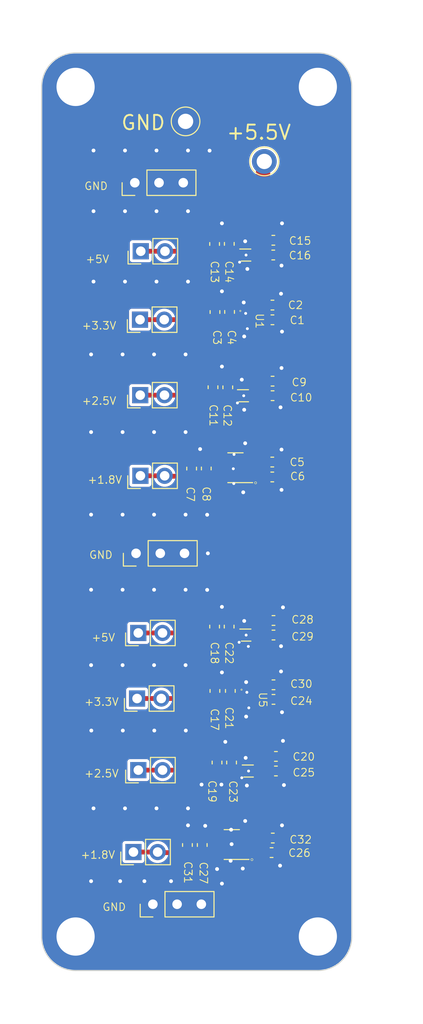
<source format=kicad_pcb>
(kicad_pcb (version 20221018) (generator pcbnew)
  (layers (0 "F.Cu" signal) (31 "B.Cu" signal) (34 "B.Paste" user) (35 "F.Paste" user) (36 "B.SilkS" user "B.Silkscreen") (37 "F.SilkS" user "F.Silkscreen") (38 "B.Mask" user) (39 "F.Mask" user) (44 "Edge.Cuts" user))
  (net 0 "")
  (net 1 "VDD")
  (net 2 "GND")
  (net 5 "/+3.3V_1")
  (net 6 "/+1.8V_1")
  (net 7 "/+2.5V_1")
  (net 8 "/+5V_1")
  (net 9 "/+3.3V_2")
  (net 10 "/+5V_2")
  (net 11 "/+2.5V_2")
  (net 12 "/+1.8V_2")
  (footprint "Connector_PinHeader_2.54mm:PinHeader_1x02_P2.54mm_Vertical" (layer "F.Cu") (at 113.279 113.221 90)
    (fp_text reference "J13" hide)
    (fp_text value "Conn_01x02_Pin" hide)
  )
  (footprint "Package_SON:Texas_X2SON-4_1x1mm_P0.65mm" (layer "F.Cu") (at 124.46 81.54)
    (fp_text reference "U3" hide)
    (fp_text value "TPS7A2025PDQNR" hide)
  )
  (footprint "Package_SON:Texas_X2SON-4_1x1mm_P0.65mm" (layer "F.Cu") (at 124.968 120.809)
    (fp_text reference "U8" hide)
    (fp_text value "TPS7A2025PDQNR" hide)
  )
  (footprint "Connector_PinHeader_2.54mm:PinHeader_1x02_P2.54mm_Vertical" (layer "F.Cu") (at 113.63 89.916 90)
    (fp_text reference "J4" hide)
    (fp_text value "Conn_01x02_Pin" hide)
  )
  (footprint "Capacitor_SMD:0603 usual" (layer "F.Cu") (at 127.454 90.043)
    (fp_text reference "C6")
    (fp_text value "1uf" hide)
  )
  (footprint "Capacitor_SMD:0603 usual" (layer "F.Cu") (at 127.581 106.585)
    (fp_text reference "C29")
    (fp_text value "1uf" hide)
  )
  (footprint "Capacitor_SMD:0603 usual" (layer "F.Cu") (at 127.581 111.792)
    (fp_text reference "C30")
    (fp_text value "1uf" hide)
  )
  (footprint "Package_DFN_QFN:DFN-8_1.2x1.6mm" (layer "F.Cu") (at 124.812 73.725)
    (fp_text reference "U1")
    (fp_text value "LD56100DPU30R" hide)
  )
  (footprint "Capacitor_SMD:0603 usual" (layer "F.Cu") (at 121.4525 72.78 90)
    (fp_text reference "C3")
    (fp_text value "0.1uF" hide)
  )
  (footprint "Capacitor_SMD:0603 usual" (layer "F.Cu") (at 127.835 119.285)
    (fp_text reference "C20")
    (fp_text value "1uf" hide)
  )
  (footprint "Capacitor_SMD:0603 usual" (layer "F.Cu") (at 120.113901 128.549 90)
    (fp_text reference "C27")
    (fp_text value "1uf" hide)
  )
  (footprint "Capacitor_SMD:0603 usual" (layer "F.Cu") (at 127.581 105.061)
    (fp_text reference "C28")
    (fp_text value "0.1uF" hide)
  )
  (footprint "Capacitor_SMD:0603 usual" (layer "F.Cu") (at 127.581 113.316)
    (fp_text reference "C24")
    (fp_text value "0.1uF" hide)
  )
  (footprint "Capacitor_SMD:0603 usual" (layer "F.Cu") (at 122.795 80.66 90)
    (fp_text reference "C12")
    (fp_text value "1uf")
  )
  (footprint "Connector_PinHeader_2.54mm:PinHeader_1x02_P2.54mm_Vertical" (layer "F.Cu") (at 113.5875 73.58 90)
    (fp_text reference "J3" hide)
    (fp_text value "Conn_01x02_Pin" hide)
  )
  (footprint "Capacitor_SMD:0603 usual" (layer "F.Cu") (at 121.666 119.92 90)
    (fp_text reference "C19")
    (fp_text value "0.1uF" hide)
  )
  (footprint "Connector_PinHeader_2.54mm:PinHeader_1x02_P2.54mm_Vertical" (layer "F.Cu") (at 113.411 120.714 90)
    (fp_text reference "J2" hide)
    (fp_text value "Conn_01x02_Pin" hide)
  )
  (footprint "Capacitor_SMD:0603 usual" (layer "F.Cu") (at 119.004 89.163 90)
    (fp_text reference "C7")
    (fp_text value "0.1uF")
  )
  (footprint "Capacitor_SMD:0603 usual" (layer "F.Cu") (at 120.539 89.153 90)
    (fp_text reference "C8")
    (fp_text value "1uf" hide)
  )
  (footprint "Capacitor_SMD:0603 usual" (layer "F.Cu") (at 127.555 66.82)
    (fp_text reference "C16")
    (fp_text value "1uf" hide)
  )
  (footprint "Capacitor_SMD:0603 usual" (layer "F.Cu") (at 127.454 88.483)
    (fp_text reference "C5")
    (fp_text value "0.1uF" hide)
  )
  (footprint "Connector_PinHeader_2.54mm:PinHeader_1x03_P2.54mm_Vertical" (layer "F.Cu") (at 113.172 98.030461 90)
    (fp_text reference "J9" hide)
    (fp_text value "Conn_01x03_Pin" hide)
  )
  (footprint "Connector_PinHeader_2.54mm:PinHeader_1x02_P2.54mm_Vertical" (layer "F.Cu") (at 113.665 66.421 90)
    (fp_text reference "J6" hide)
    (fp_text value "Conn_01x02_Pin" hide)
  )
  (footprint "Connector_PinHeader_2.54mm:PinHeader_1x03_P2.54mm_Vertical" (layer "F.Cu") (at 114.935 134.747 90)
    (fp_text reference "J8" hide)
    (fp_text value "Conn_01x03_Pin" hide)
  )
  (footprint "Capacitor_SMD:0603 usual" (layer "F.Cu") (at 123.063 112.427 90)
    (fp_text reference "C21")
    (fp_text value "0.1uF" hide)
  )
  (footprint "Capacitor_SMD:0603 usual" (layer "F.Cu") (at 122.936 105.696 90)
    (fp_text reference "C22")
    (fp_text value "1uf" hide)
  )
  (footprint "Capacitor_SMD:0603 usual" (layer "F.Cu") (at 121.445 112.427 90)
    (fp_text reference "C17")
    (fp_text value "1uf" hide)
  )
  (footprint "Package_SON:Texas_X2SON-4_1x1mm_P0.65mm" (layer "F.Cu") (at 124.714 106.585)
    (fp_text reference "U7" hide)
    (fp_text value "TPS7A2050PDQNR" hide)
  )
  (footprint "Capacitor_SMD:0603 usual" (layer "F.Cu") (at 127.835 120.809)
    (fp_text reference "C25")
    (fp_text value "0.1uF" hide)
  )
  (footprint "MUSIC_Lab:Outline_7x2" (layer "F.Cu") (at 119.5324 93.6752 90)
    (fp_text reference "TP3" hide)
    (fp_text value "TestPoint" hide)
    (fp_line (start -48.006 12.7) (end -48.006 -12.7) (stroke (width 0.12)) (layer "Edge.Cuts"))
    (fp_line (start -44.45 -16.256) (end 44.45 -16.256) (stroke (width 0.12)) (layer "Edge.Cuts"))
    (fp_line (start 44.45 16.256) (end -44.45 16.256) (stroke (width 0.12)) (layer "Edge.Cuts"))
    (fp_line (start 48.006 -12.7) (end 48.006 12.7) (stroke (width 0.12)) (layer "Edge.Cuts"))
    (fp_arc (start -48.006 -12.7) (mid -46.964472 -15.214472) (end -44.45 -16.256) (stroke (width 0.12)) (layer "Edge.Cuts"))
    (fp_arc (start -44.45 16.256) (mid -46.964472 15.214472) (end -48.006 12.7) (stroke (width 0.12)) (layer "Edge.Cuts"))
    (fp_arc (start 44.45 -16.256) (mid 46.964472 -15.214472) (end 48.006 -12.7) (stroke (width 0.12)) (layer "Edge.Cuts"))
    (fp_arc (start 48.006 12.7) (mid 46.964472 15.214472) (end 44.45 16.256) (stroke (width 0.12)) (layer "Edge.Cuts"))
  )
  (footprint "Connector_PinHeader_2.54mm:PinHeader_1x03_P2.54mm_Vertical" (layer "F.Cu") (at 113.041 59.252 90)
    (fp_text reference "J7" hide)
    (fp_text value "Conn_01x03_Pin" hide)
  )
  (footprint "Capacitor_SMD:0603 usual" (layer "F.Cu") (at 121.245 80.65 90)
    (fp_text reference "C11")
    (fp_text value "0.1uF")
  )
  (footprint "Capacitor_SMD:0603 usual" (layer "F.Cu") (at 127.381 129.35)
    (fp_text reference "C26")
    (fp_text value "0.1uF" hide)
  )
  (footprint "Connector_PinHeader_2.54mm:PinHeader_1x02_P2.54mm_Vertical" (layer "F.Cu") (at 113.406 106.363 90)
    (fp_text reference "J1" hide)
    (fp_text value "Conn_01x02_Pin" hide)
  )
  (footprint "Package_SON:Texas_X2SON-4_1x1mm_P0.65mm" (layer "F.Cu") (at 124.705 66.82)
    (fp_text reference "U4" hide)
    (fp_text value "TPS7A2050PDQNR" hide)
  )
  (footprint "Capacitor_SMD:0603 usual" (layer "F.Cu") (at 127.485 80.02)
    (fp_text reference "C9")
    (fp_text value "0.1uF")
  )
  (footprint "Capacitor_SMD:0603 usual" (layer "F.Cu") (at 122.9825 72.77 90)
    (fp_text reference "C4")
    (fp_text value "1uf")
  )
  (footprint "Package_DFN_QFN:DFN-8_1.2x1.6mm" (layer "F.Cu") (at 124.939 113.356)
    (fp_text reference "U5")
    (fp_text value "LD56100DPU30R" hide)
  )
  (footprint "Capacitor_SMD:0603 usual" (layer "F.Cu") (at 127.4725 72.06)
    (fp_text reference "C2")
    (fp_text value "1uf")
  )
  (footprint "Capacitor_SMD:0603 usual" (layer "F.Cu") (at 127.4725 73.6)
    (fp_text reference "C1")
    (fp_text value "0.1uF")
  )
  (footprint "MUSIC_Lab:TestPoint_Plated_Hole_D1.6mm" (layer "F.Cu") (at 118.364 52.832)
    (fp_text reference "TP2" hide)
    (fp_text value "TestPoint" hide)
  )
  (footprint "Capacitor_SMD:0603 usual" (layer "F.Cu") (at 127.485 81.54)
    (fp_text reference "C10")
    (fp_text value "1uf")
  )
  (footprint "Capacitor_SMD:0603 usual" (layer "F.Cu") (at 121.412 105.696 90)
    (fp_text reference "C18")
    (fp_text value "0.1uF" hide)
  )
  (footprint "Capacitor_SMD:0603 usual" (layer "F.Cu") (at 118.562901 128.549 90)
    (fp_text reference "C31")
    (fp_text value "0.1uF" hide)
  )
  (footprint "Capacitor_SMD:0603 usual" (layer "F.Cu") (at 127.508 127.826)
    (fp_text reference "C32")
    (fp_text value "1uf" hide)
  )
  (footprint "Package_TO_SOT_SMD:SOT_23_1.45mm" (layer "F.Cu") (at 123.19 128.461 180)
    (fp_text reference "U6" hide)
    (fp_text value "TPS7A2018PDBVR")
  )
  (footprint "Package_TO_SOT_SMD:SOT_23_1.45mm" (layer "F.Cu") (at 123.574 89.033 180)
    (fp_text reference "U2" hide)
    (fp_text value "TPS7A2018PDBVR" hide)
  )
  (footprint "Connector_PinHeader_2.54mm:PinHeader_1x02_P2.54mm_Vertical" (layer "F.Cu") (at 112.898 129.286 90)
    (fp_text reference "J12" hide)
    (fp_text value "Conn_01x02_Pin" hide)
  )
  (footprint "MUSIC_Lab:TestPoint_Plated_Hole_D1.6mm" (layer "F.Cu") (at 126.619 57.023)
    (fp_text reference "TP1" hide)
    (fp_text value "TestPoint" hide)
  )
  (footprint "Capacitor_SMD:0603 usual" (layer "F.Cu") (at 122.952 65.649 90)
    (fp_text reference "C14")
    (fp_text value "1uf" hide)
  )
  (footprint "Connector_PinHeader_2.54mm:PinHeader_1x02_P2.54mm_Vertical" (layer "F.Cu") (at 113.61 81.48 90)
    (fp_text reference "J5" hide)
    (fp_text value "Conn_01x02_Pin" hide)
  )
  (footprint "Capacitor_SMD:0603 usual" (layer "F.Cu") (at 123.19 119.92 90)
    (fp_text reference "C23")
    (fp_text value "1uf" hide)
  )
  (footprint "Capacitor_SMD:0603 usual" (layer "F.Cu") (at 121.412 65.659 90)
    (fp_text reference "C13")
    (fp_text value "0.1uF" hide)
  )
  (footprint "Capacitor_SMD:0603 usual" (layer "F.Cu") (at 127.565 65.278)
    (fp_text reference "C15")
    (fp_text value "0.1uF" hide)
  )
  (gr_text "GND" (at 108.204 98.665461) (layer "F.SilkS") (effects (font (size 0.8 0.8) (thickness 0.1)) (justify left bottom)))
  (gr_text "GND" (at 109.601 135.509) (layer "F.SilkS") (effects (font (size 0.8 0.8) (thickness 0.1)) (justify left bottom)))
  (gr_text "+1.8V" (at 107.315 130.048) (layer "F.SilkS") (effects (font (size 0.8 0.8) (thickness 0.1)) (justify left bottom)))
  (gr_text "+2.5V" (at 107.442 82.55) (layer "F.SilkS") (effects (font (size 0.8 0.8) (thickness 0.1)) (justify left bottom)))
  (gr_text "+3.3V" (at 107.442 74.676) (layer "F.SilkS") (effects (font (size 0.8 0.8) (thickness 0.1)) (justify left bottom)))
  (gr_text "GND" (at 111.506 53.848) (layer "F.SilkS") (effects (font (size 1.5 1.5) (thickness 0.2)) (justify left bottom)))
  (gr_text "GND" (at 107.696 60.071) (layer "F.SilkS") (effects (font (size 0.8 0.8) (thickness 0.1)) (justify left bottom)))
  (gr_text "+5V" (at 107.835 67.723) (layer "F.SilkS") (effects (font (size 0.8 0.8) (thickness 0.1)) (justify left bottom)))
  (gr_text "+1.8V" (at 108.047 90.805) (layer "F.SilkS") (effects (font (size 0.8 0.8) (thickness 0.1)) (justify left bottom)))
  (gr_text "+5.5V" (at 122.555 54.864) (layer "F.SilkS") (effects (font (size 1.5 1.5) (thickness 0.2)) (justify left bottom)))
  (gr_text "+2.5V" (at 107.696 121.539) (layer "F.SilkS") (effects (font (size 0.8 0.8) (thickness 0.1)) (justify left bottom)))
  (gr_text "+3.3V" (at 107.696 114.046) (layer "F.SilkS") (effects (font (size 0.8 0.8) (thickness 0.1)) (justify left bottom)))
  (gr_text "+5V" (at 108.458 107.315) (layer "F.SilkS") (effects (font (size 0.8 0.8) (thickness 0.1) bold) (justify left bottom)))
  (segment (start 126.281234 127.551) (end 126.492 127.761766) (width 0.5) (layer "F.Cu") (net 1))
  (segment (start 126.492 66.421) (end 126.4158 66.4972) (width 0.25) (layer "F.Cu") (net 1))
  (segment (start 126.619 57.023) (end 126.492 57.15) (width 1.5) (layer "F.Cu") (net 1))
  (segment (start 124.3475 127.551) (end 126.281234 127.551) (width 0.5) (layer "F.Cu") (net 1))
  (segment (start 126.492 127.761766) (end 126.581 127.850766) (width 1.5) (layer "F.Cu") (net 1))
  (segment (start 126.492 57.15) (end 126.492 66.421) (width 1.5) (layer "F.Cu") (net 1))
  (segment (start 124.3475 129.451) (end 126.475 129.451) (width 0.5) (layer "F.Cu") (net 1))
  (segment (start 126.475 129.451) (end 126.581 129.345) (width 0.5) (layer "F.Cu") (net 1))
  (segment (start 126.581 127.850766) (end 126.581 129.345) (width 1.5) (layer "F.Cu") (net 1))
  (segment (start 126.492 127.761766) (end 126.492 66.420998) (width 1.5) (layer "F.Cu") (net 1))
  (via (at 118.364 77.216) (size 0.6) (drill 0.4) (layers "F.Cu" "B.Cu") (net 2))
  (via (at 111.76 85.344) (size 0.6) (drill 0.4) (layers "F.Cu" "B.Cu") (net 2))
  (via (at 115.085406 116.572461) (size 0.6) (drill 0.4) (layers "F.Cu" "B.Cu") (net 2))
  (via (at 115.062 77.216) (size 0.6) (drill 0.4) (layers "F.Cu" "B.Cu") (net 2))
  (via (at 128.4224 78.6384) (size 0.6) (drill 0.4) (layers "F.Cu" "B.Cu") (net 2))
  (via (at 128.4224 91.3892) (size 0.6) (drill 0.4) (layers "F.Cu" "B.Cu") (net 2))
  (via (at 108.458 77.216) (size 0.6) (drill 0.4) (layers "F.Cu" "B.Cu") (net 2))
  (via (at 124.9934 114.1984) (size 0.4) (drill 0.3) (layers "F.Cu" "B.Cu") (net 2))
  (via (at 128.6764 122.2756) (size 0.6) (drill 0.4) (layers "F.Cu" "B.Cu") (net 2))
  (via (at 118.364 109.728) (size 0.6) (drill 0.4) (layers "F.Cu" "B.Cu") (net 2))
  (via (at 118.364 93.98) (size 0.6) (drill 0.4) (layers "F.Cu" "B.Cu") (net 2))
  (via (at 111.76 77.216) (size 0.6) (drill 0.4) (layers "F.Cu" "B.Cu") (net 2))
  (via (at 120.4214 126.5428) (size 0.6) (drill 0.4) (layers "F.Cu" "B.Cu") (net 2))
  (via (at 124.705 66.82) (size 0.4) (drill 0.3) (layers "F.Cu" "B.Cu") (net 2))
  (via (at 116.84 132.334) (size 0.6) (drill 0.4) (layers "F.Cu" "B.Cu") (net 2))
  (via (at 124.7902 112.5728) (size 0.4) (drill 0.3) (layers "F.Cu" "B.Cu") (net 2))
  (via (at 128.4224 67.9196) (size 0.6) (drill 0.4) (layers "F.Cu" "B.Cu") (net 2))
  (via (at 118.387406 116.572461) (size 0.6) (drill 0.4) (layers "F.Cu" "B.Cu") (net 2))
  (via (at 108.458 85.344) (size 0.6) (drill 0.4) (layers "F.Cu" "B.Cu") (net 2))
  (via (at 123.7996 82.296) (size 0.4) (drill 0.3) (layers "F.Cu" "B.Cu") (net 2))
  (via (at 122.1232 122.2248) (size 0.6) (drill 0.4) (layers "F.Cu" "B.Cu") (net 2))
  (via (at 124.46 81.54) (size 0.4) (drill 0.3) (layers "F.Cu" "B.Cu") (net 2))
  (via (at 118.618 62.23) (size 0.6) (drill 0.4) (layers "F.Cu" "B.Cu") (net 2))
  (via (at 124.3584 131.0132) (size 0.6) (drill 0.4) (layers "F.Cu" "B.Cu") (net 2))
  (via (at 124.9426 107.7722) (size 0.4) (drill 0.3) (layers "F.Cu" "B.Cu") (net 2))
  (via (at 120.880594 55.893539) (size 0.6) (drill 0.4) (layers "F.Cu" "B.Cu") (net 2))
  (via (at 124.6124 86.5124) (size 0.6) (drill 0.4) (layers "F.Cu" "B.Cu") (net 2))
  (via (at 112.014 124.714) (size 0.6) (drill 0.4) (layers "F.Cu" "B.Cu") (net 2))
  (via (at 128.4732 126.492) (size 0.6) (drill 0.4) (layers "F.Cu" "B.Cu") (net 2))
  (via (at 108.712 124.714) (size 0.6) (drill 0.4) (layers "F.Cu" "B.Cu") (net 2))
  (via (at 124.0282 67.564) (size 0.4) (drill 0.3) (layers "F.Cu" "B.Cu") (net 2))
  (via (at 128.3716 110.3884) (size 0.6) (drill 0.4) (layers "F.Cu" "B.Cu") (net 2))
  (via (at 120.626594 93.993539) (size 0.6) (drill 0.4) (layers "F.Cu" "B.Cu") (net 2))
  (via (at 108.712 62.23) (size 0.6) (drill 0.4) (layers "F.Cu" "B.Cu") (net 2))
  (via (at 124.6632 72.9234) (size 0.4) (drill 0.3) (layers "F.Cu" "B.Cu") (net 2))
  (via (at 108.481406 116.572461) (size 0.6) (drill 0.4) (layers "F.Cu" "B.Cu") (net 2))
  (via (at 111.76 93.98) (size 0.6) (drill 0.4) (layers "F.Cu" "B.Cu") (net 2))
  (via (at 124.6124 126.0348) (size 0.6) (drill 0.4) (layers "F.Cu" "B.Cu") (net 2))
  (via (at 118.618 55.88) (size 0.6) (drill 0.4) (layers "F.Cu" "B.Cu") (net 2))
  (via (at 124.7902 122.3264) (size 0.6) (drill 0.4) (layers "F.Cu" "B.Cu") (net 2))
  (via (at 115.316 124.714) (size 0.6) (drill 0.4) (layers "F.Cu" "B.Cu") (net 2))
  (via (at 122.174 78.486) (size 0.6) (drill 0.4) (layers "F.Cu" "B.Cu") (net 2))
  (via (at 124.6632 119.4308) (size 0.6) (drill 0.4) (layers "F.Cu" "B.Cu") (net 2))
  (via (at 121.666 131.064) (size 0.6) (drill 0.4) (layers "F.Cu" "B.Cu") (net 2))
  (via (at 111.76 101.840461) (size 0.6) (drill 0.4) (layers "F.Cu" "B.Cu") (net 2))
  (via (at 123.3678 89.1794) (size 0.4) (drill 0.3) (layers "F.Cu" "B.Cu") (net 2))
  (via (at 118.364 85.344) (size 0.6) (drill 0.4) (layers "F.Cu" "B.Cu") (net 2))
  (via (at 124.46 71.7804) (size 0.6) (drill 0.4) (layers "F.Cu" "B.Cu") (net 2))
  (via (at 123.9774 107.3404) (size 0.4) (drill 0.3) (layers "F.Cu" "B.Cu") (net 2))
  (via (at 124.6124 65.3796) (size 0.6) (drill 0.4) (layers "F.Cu" "B.Cu") (net 2))
  (via (at 118.618 126.492) (size 0.6) (drill 0.4) (layers "F.Cu" "B.Cu") (net 2))
  (via (at 124.714 111.506) (size 0.6) (drill 0.4) (layers "F.Cu" "B.Cu") (net 2))
  (via (at 120.626594 101.854) (size 0.6) (drill 0.4) (layers "F.Cu" "B.Cu") (net 2))
  (via (at 124.2568 121.5136) (size 0.4) (drill 0.3) (layers "F.Cu" "B.Cu") (net 2))
  (via (at 115.062 85.344) (size 0.6) (drill 0.4) (layers "F.Cu" "B.Cu") (net 2))
  (via (at 112.014 69.596) (size 0.6) (drill 0.4) (layers "F.Cu" "B.Cu") (net 2))
  (via (at 120.0404 122.2248) (size 0.6) (drill 0.4) (layers "F.Cu" "B.Cu") (net 2))
  (via (at 123.1392 126.9492) (size 0.6) (drill 0.4) (layers "F.Cu" "B.Cu") (net 2))
  (via (at 124.4092 91.6432) (size 0.6) (drill 0.4) (layers "F.Cu" "B.Cu") (net 2))
  (via (at 108.712 55.88) (size 0.6) (drill 0.4) (layers "F.Cu" "B.Cu") (net 2))
  (via (at 124.5108 105.1052) (size 0.6) (drill 0.4) (layers "F.Cu" "B.Cu") (net 2))
  (via (at 118.618 124.714) (size 0.6) (drill 0.4) (layers "F.Cu" "B.Cu") (net 2))
  (via (at 128.4732 74.8284) (size 0.6) (drill 0.4) (layers "F.Cu" "B.Cu") (net 2))
  (via (at 122.174 110.49) (size 0.6) (drill 0.4) (layers "F.Cu" "B.Cu") (net 2))
  (via (at 112.014 62.23) (size 0.6) (drill 0.4) (layers "F.Cu" "B.Cu") (net 2))
  (via (at 122.174 132.588) (size 0.6) (drill 0.4) (layers "F.Cu" "B.Cu") (net 2))
  (via (at 111.76 109.728) (size 0.6) (drill 0.4) (layers "F.Cu" "B.Cu") (net 2))
  (via (at 128.4732 63.5) (size 0.6) (drill 0.4) (layers "F.Cu" "B.Cu") (net 2))
  (via (at 115.316 69.596) (size 0.6) (drill 0.4) (layers "F.Cu" "B.Cu") (net 2))
  (via (at 124.714 115.1128) (size 0.6) (drill 0.4) (layers "F.Cu" "B.Cu") (net 2))
  (via (at 112.014 55.88) (size 0.6) (drill 0.4) (layers "F.Cu" "B.Cu") (net 2))
  (via (at 115.062 109.728) (size 0.6) (drill 0.4) (layers "F.Cu" "B.Cu") (net 2))
  (via (at 124.841 68.2752) (size 0.6) (drill 0.4) (layers "F.Cu" "B.Cu") (net 2))
  (via (at 124.714 106.585) (size 0.4) (drill 0.3) (layers "F.Cu" "B.Cu") (net 2))
  (via (at 123.0884 130.2004) (size 0.6) (drill 0.4) (layers "F.Cu" "B.Cu") (net 2))
  (via (at 124.2568 79.8576) (size 0.6) (drill 0.4) (layers "F.Cu" "B.Cu") (net 2))
  (via (at 124.5108 75.3364) (size 0.6) (drill 0.4) (layers "F.Cu" "B.Cu") (net 2))
  (via (at 124.968 120.809) (size 0.4) (drill 0.3) (layers "F.Cu" "B.Cu") (net 2))
  (via (at 128.5748 103.6828) (size 0.6) (drill 0.4) (layers "F.Cu" "B.Cu") (net 2))
  (via (at 119.888 87.122) (size 0.6) (drill 0.4) (layers "F.Cu" "B.Cu") (net 2))
  (via (at 128.4732 114.6556) (size 0.6) (drill 0.4) (layers "F.Cu" "B.Cu") (net 2))
  (via (at 111.506 132.334) (size 0.6) (drill 0.4) (layers "F.Cu" "B.Cu") (net 2))
  (via (at 128.3208 82.7532) (size 0.6) (drill 0.4) (layers "F.Cu" "B.Cu") (net 2))
  (via (at 122.174 103.632) (size 0.6) (drill 0.4) (layers "F.Cu" "B.Cu") (net 2))
  (via (at 115.062 93.98) (size 0.6) (drill 0.4) (layers "F.Cu" "B.Cu") (net 2))
  (via (at 108.458 132.334) (size 0.6) (drill 0.4) (layers "F.Cu" "B.Cu") (net 2))
  (via (at 118.618 69.596) (size 0.6) (drill 0.4) (layers "F.Cu" "B.Cu") (net 2))
  (via (at 123.4186 90.7288) (size 0.4) (drill 0.3) (layers "F.Cu" "B.Cu") (net 2))
  (via (at 128.3716 70.866) (size 0.6) (drill 0.4) (layers "F.Cu" "B.Cu") (net 2))
  (via (at 108.712 69.596) (size 0.6) (drill 0.4) (layers "F.Cu" "B.Cu") (net 2))
  (via (at 128.4224 87.1728) (size 0.6) (drill 0.4) (layers "F.Cu" "B.Cu") (net 2))
  (via (at 123.444 87.6808) (size 0.4) (drill 0.3) (layers "F.Cu" "B.Cu") (net 2))
  (via (at 108.458 93.98) (size 0.6) (drill 0.4) (layers "F.Cu" "B.Cu") (net 2))
  (via (at 122.5296 117.7544) (size 0.6) (drill 0.4) (layers "F.Cu" "B.Cu") (net 2))
  (via (at 122.174 63.5) (size 0.6) (drill 0.4) (layers "F.Cu" "B.Cu") (net 2))
  (via (at 108.458 101.840461) (size 0.6) (drill 0.4) (layers "F.Cu" "B.Cu") (net 2))
  (via (at 128.5748 117.6528) (size 0.6) (drill 0.4) (layers "F.Cu" "B.Cu") (net 2))
  (via (at 124.5108 83.0072) (size 0.6) (drill 0.4) (layers "F.Cu" "B.Cu") (net 2))
  (via (at 122.174 70.612) (size 0.6) (drill 0.4) (layers "F.Cu" "B.Cu") (net 2))
  (via (at 128.3716 107.7468) (size 0.6) (drill 0.4) (layers "F.Cu" "B.Cu") (net 2))
  (via (at 120.7008 98.030461) (size 0.6) (drill 0.4) (layers "F.Cu" "B.Cu") (net 2))
  (via (at 118.364 101.840461) (size 0.6) (drill 0.4) (layers "F.Cu" "B.Cu") (net 2))
  (via (at 128.27 130.7084) (size 0.6) (drill 0.4) (layers "F.Cu" "B.Cu") (net 2))
  (via (at 123.19 128.461) (size 0.6) (drill 0.4) (layers "F.Cu" "B.Cu") (net 2))
  (via (at 111.783406 116.572461) (size 0.6) (drill 0.4) (layers "F.Cu" "B.Cu") (net 2))
  (via (at 115.062 101.840461) (size 0.6) (drill 0.4) (layers "F.Cu" "B.Cu") (net 2))
  (via (at 108.458 109.728) (size 0.6) (drill 0.4) (layers "F.Cu" "B.Cu") (net 2))
  (via (at 114.046 132.334) (size 0.6) (drill 0.4) (layers "F.Cu" "B.Cu") (net 2))
  (via (at 115.316 62.23) (size 0.6) (drill 0.4) (layers "F.Cu" "B.Cu") (net 2))
  (via (at 115.316 55.88) (size 0.6) (drill 0.4) (layers "F.Cu" "B.Cu") (net 2))
  (via (at 124.841 74.5236) (size 0.4) (drill 0.3) (layers "F.Cu" "B.Cu") (net 2))
  (segment (start 122.9775 73.57) (end 121.4575 73.57) (width 0.5) (layer "F.Cu") (net 5))
  (segment (start 116.1275 73.58) (end 113.5875 73.58) (width 0.5) (layer "F.Cu") (net 5))
  (segment (start 121.4575 73.57) (end 121.4475 73.58) (width 0.5) (layer "F.Cu") (net 5))
  (segment (start 121.4475 73.58) (end 116.1275 73.58) (width 0.5) (layer "F.Cu") (net 5))
  (segment (start 120.534 89.953) (end 122.0615 89.953) (width 0.25) (layer "F.Cu") (net 6))
  (segment (start 116.17 89.916) (end 113.63 89.916) (width 0.5) (layer "F.Cu") (net 6))
  (segment (start 118.999 89.963) (end 116.217 89.963) (width 0.5) (layer "F.Cu") (net 6))
  (segment (start 119.009 89.953) (end 118.999 89.963) (width 0.5) (layer "F.Cu") (net 6))
  (segment (start 116.217 89.963) (end 116.17 89.916) (width 0.5) (layer "F.Cu") (net 6))
  (segment (start 120.534 89.953) (end 119.009 89.953) (width 0.5) (layer "F.Cu") (net 6))
  (segment (start 122.0615 89.953) (end 122.1315 90.023) (width 0.25) (layer "F.Cu") (net 6))
  (segment (start 121.24 81.45) (end 121.21 81.48) (width 0.5) (layer "F.Cu") (net 7))
  (segment (start 122.79 81.46) (end 121.25 81.46) (width 0.5) (layer "F.Cu") (net 7))
  (segment (start 121.21 81.48) (end 116.15 81.48) (width 0.5) (layer "F.Cu") (net 7))
  (segment (start 116.15 81.48) (end 113.61 81.48) (width 0.5) (layer "F.Cu") (net 7))
  (segment (start 123.901058 81.2292) (end 123.972629 81.157629) (width 0.25) (layer "F.Cu") (net 7))
  (segment (start 123.0208 81.2292) (end 123.901058 81.2292) (width 0.25) (layer "F.Cu") (net 7))
  (segment (start 122.79 81.46) (end 123.0208 81.2292) (width 0.25) (layer "F.Cu") (net 7))
  (segment (start 121.25 81.46) (end 121.24 81.45) (width 0.5) (layer "F.Cu") (net 7))
  (segment (start 122.947 66.449) (end 122.9952 66.4972) (width 0.25) (layer "F.Cu") (net 8))
  (segment (start 122.9952 66.4972) (end 124.158058 66.4972) (width 0.25) (layer "F.Cu") (net 8))
  (segment (start 121.417 66.449) (end 121.407 66.459) (width 0.5) (layer "F.Cu") (net 8))
  (segment (start 122.947 66.449) (end 121.417 66.449) (width 0.5) (layer "F.Cu") (net 8))
  (segment (start 121.407 66.459) (end 121.369 66.421) (width 0.5) (layer "F.Cu") (net 8))
  (segment (start 121.369 66.421) (end 116.205 66.421) (width 0.5) (layer "F.Cu") (net 8))
  (segment (start 116.205 66.421) (end 113.665 66.421) (width 0.5) (layer "F.Cu") (net 8))
  (segment (start 121.434 113.221) (end 115.819 113.221) (width 0.5) (layer "F.Cu") (net 9))
  (segment (start 123.058 113.227) (end 121.44 113.227) (width 0.5) (layer "F.Cu") (net 9))
  (segment (start 121.44 113.227) (end 121.434 113.221) (width 0.5) (layer "F.Cu") (net 9))
  (segment (start 115.819 113.221) (end 113.279 113.221) (width 0.5) (layer "F.Cu") (net 9))
  (segment (start 115.946 106.363) (end 113.406 106.363) (width 0.5) (layer "F.Cu") (net 10))
  (segment (start 121.407 106.496) (end 121.274 106.363) (width 0.5) (layer "F.Cu") (net 10))
  (segment (start 122.931 106.496) (end 123.1534 106.2736) (width 0.25) (layer "F.Cu") (net 10))
  (segment (start 121.274 106.363) (end 115.946 106.363) (width 0.5) (layer "F.Cu") (net 10))
  (segment (start 122.931 106.496) (end 121.407 106.496) (width 0.5) (layer "F.Cu") (net 10))
  (segment (start 123.1534 106.2736) (end 124.0536 106.2736) (width 0.25) (layer "F.Cu") (net 10))
  (segment (start 124.409658 120.4976) (end 124.480629 120.426629) (width 0.25) (layer "F.Cu") (net 11))
  (segment (start 121.661 120.72) (end 121.655 120.714) (width 0.5) (layer "F.Cu") (net 11))
  (segment (start 115.951 120.714) (end 113.411 120.714) (width 0.5) (layer "F.Cu") (net 11))
  (segment (start 123.185 120.72) (end 123.4074 120.4976) (width 0.25) (layer "F.Cu") (net 11))
  (segment (start 123.4074 120.4976) (end 124.409658 120.4976) (width 0.25) (layer "F.Cu") (net 11))
  (segment (start 123.185 120.72) (end 121.661 120.72) (width 0.5) (layer "F.Cu") (net 11))
  (segment (start 121.655 120.714) (end 115.951 120.714) (width 0.5) (layer "F.Cu") (net 11))
  (segment (start 121.7475 129.451) (end 120.210901 129.451) (width 0.5) (layer "F.Cu") (net 12))
  (segment (start 115.438 129.286) (end 112.898 129.286) (width 0.5) (layer "F.Cu") (net 12))
  (segment (start 118.557901 129.349) (end 115.501 129.349) (width 0.5) (layer "F.Cu") (net 12))
  (segment (start 115.501 129.349) (end 115.438 129.286) (width 0.5) (layer "F.Cu") (net 12))
  (segment (start 120.210901 129.451) (end 120.108901 129.349) (width 0.5) (layer "F.Cu") (net 12))
  (segment (start 120.108901 129.349) (end 118.557901 129.349) (width 0.5) (layer "F.Cu") (net 12))
  (zone (net 1) (net_name "VDD") (layer "F.Cu") (priority 7) (connect_pads yes (clearance 0)) (min_thickness 0.25) (fill yes (thermal_gap 0.5) (thermal_bridge_width 0.5) (smoothing chamfer))
    (polygon (pts (xy 124.7648 87.376) (xy 124.7648 88.3412) (xy 125.8824 88.3412) (xy 125.8824 89.7128) (xy 124.7648 89.8144) (xy 124.7648 90.5256) (xy 126.5428 90.4748) (xy 126.5936 87.3252)))
  )
  (zone (net 1) (net_name "VDD") (layer "F.Cu") (priority 9) (connect_pads yes (clearance 0)) (min_thickness 0.25) (fill yes (thermal_gap 0.5) (thermal_bridge_width 0.5) (smoothing chamfer))
    (polygon (pts (xy 125.5268 120.3452) (xy 125.5268 121.2596) (xy 126.0856 121.2596) (xy 126.1364 120.3452)))
  )
  (zone (net 5) (net_name "/+3.3V_1") (layer "F.Cu") (priority 1) (connect_pads yes (clearance 0)) (min_thickness 0.25) (fill yes (thermal_gap 0.5) (thermal_bridge_width 0.5) (smoothing chamfer))
    (polygon (pts (xy 124.2568 72.7964) (xy 124.2568 74.3712) (xy 123.2408 74.3712) (xy 123.2408 73.1012) (xy 123.952 72.7964)))
  )
  (zone (net 1) (net_name "VDD") (layer "F.Cu") (priority 8) (connect_pads yes (clearance 0)) (min_thickness 0.25) (fill yes (thermal_gap 0.5) (thermal_bridge_width 0.5) (smoothing chamfer))
    (polygon (pts (xy 125.2728 106.172) (xy 125.2728 107.0356) (xy 125.984 107.0356) (xy 126.0856 106.172)))
  )
  (zone (net 1) (net_name "VDD") (layer "F.Cu") (priority 5) (connect_pads yes (clearance 0)) (min_thickness 0.25) (fill yes (thermal_gap 0.5) (thermal_bridge_width 0.5) (smoothing chamfer))
    (polygon (pts (xy 125.222 72.9488) (xy 125.222 73.914) (xy 126.1364 73.914) (xy 126.1364 72.9488)))
  )
  (zone (net 1) (net_name "VDD") (layer "F.Cu") (priority 4) (connect_pads yes (clearance 0)) (min_thickness 0.25) (fill yes (thermal_gap 0.5) (thermal_bridge_width 0.5) (smoothing chamfer))
    (polygon (pts (xy 125.222 66.3956) (xy 125.222 67.2592) (xy 125.984 67.2592) (xy 125.984 66.3956)))
  )
  (zone (net 9) (net_name "/+3.3V_2") (layer "F.Cu") (priority 3) (connect_pads yes (clearance 0)) (min_thickness 0.25) (fill yes (thermal_gap 0.5) (thermal_bridge_width 0.5) (smoothing chamfer))
    (polygon (pts (xy 124.3584 112.4204) (xy 124.3584 113.9952) (xy 123.1392 113.9952) (xy 123.1392 112.7252) (xy 124.0536 112.4204)))
  )
  (zone (net 1) (net_name "VDD") (layer "F.Cu") (priority 2) (connect_pads yes (clearance 0)) (min_thickness 0.25) (fill yes (thermal_gap 0.5) (thermal_bridge_width 0.5) (smoothing chamfer))
    (polygon (pts (xy 125.222 112.4204) (xy 125.222 113.5888) (xy 126.0856 113.5888) (xy 126.1872 112.4204)))
  )
  (zone (net 1) (net_name "VDD") (layer "F.Cu") (priority 6) (connect_pads yes (clearance 0)) (min_thickness 0.25) (fill yes (thermal_gap 0.5) (thermal_bridge_width 0.5) (smoothing chamfer))
    (polygon (pts (xy 125.0188 81.0768) (xy 125.0188 81.9912) (xy 126.1872 81.9912) (xy 126.1364 81.0768)))
  )
  (zone (net 1) (net_name "VDD") (layer "F.Cu") (connect_pads yes (clearance 0)) (min_thickness 0.25) (fill yes (thermal_gap 0.5) (thermal_bridge_width 0.5) (smoothing chamfer))
    (polygon (pts (xy 125.0696 72.7964) (xy 125.0696 73.914) (xy 126.1872 73.914) (xy 126.1872 72.7964)))
  )
  (zone (net 2) (net_name "GND") (layers "F&B.Cu") (priority 11) (connect_pads yes (clearance 0.3)) (min_thickness 0.25) (fill yes (thermal_gap 0.5) (thermal_bridge_width 0.5) (smoothing chamfer))
    (polygon (pts (xy 99.9236 43.4848) (xy 98.9076 146.9644) (xy 143.256 145.542) (xy 142.0876 40.132)))
  )
)
</source>
